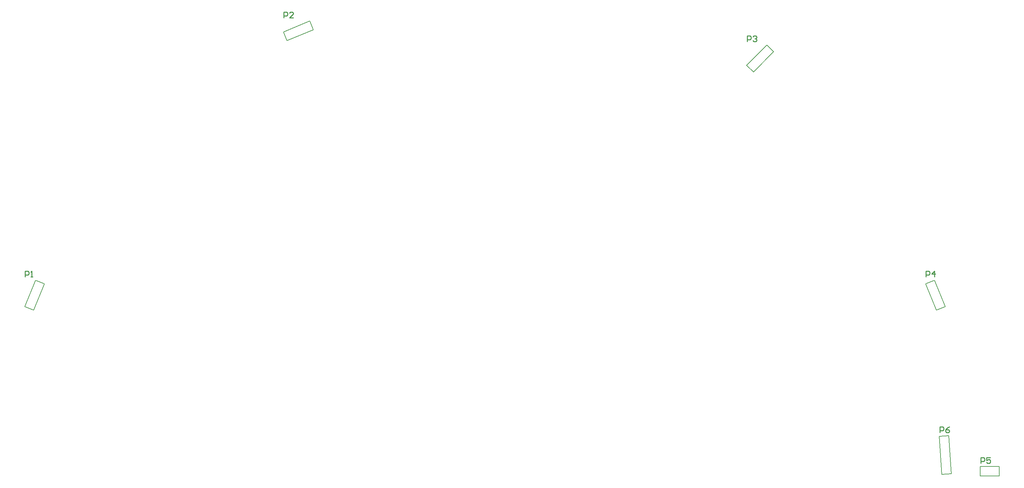
<source format=gto>
G04*
G04 #@! TF.GenerationSoftware,Altium Limited,Altium Designer,20.1.14 (287)*
G04*
G04 Layer_Color=65535*
%FSLAX24Y24*%
%MOIN*%
G70*
G04*
G04 #@! TF.SameCoordinates,F37E473B-A4F1-4144-8FAB-8DA16429EA7E*
G04*
G04*
G04 #@! TF.FilePolarity,Positive*
G04*
G01*
G75*
%ADD10C,0.0079*%
%ADD11C,0.0100*%
G54D10*
X49688Y21077D02*
X50836Y18306D01*
X48764Y20694D02*
X49688Y21077D01*
X48764Y20694D02*
X49912Y17923D01*
X50836Y18306D01*
X29979Y43686D02*
X32100Y45807D01*
X29979Y43686D02*
X30686Y42979D01*
X32807Y45100D01*
X32100Y45807D02*
X32807Y45100D01*
X-18294Y46264D02*
X-15523Y47412D01*
X-15906Y48336D02*
X-15523Y47412D01*
X-18677Y47188D02*
X-15906Y48336D01*
X-18677Y47188D02*
X-18294Y46264D01*
X-44912Y17923D02*
X-43764Y20694D01*
X-44688Y21077D02*
X-43764Y20694D01*
X-45836Y18306D02*
X-44688Y21077D01*
X-45836Y18306D02*
X-44912Y17923D01*
X56500Y500D02*
Y1500D01*
X54500Y500D02*
X56500D01*
X54500D02*
Y1500D01*
X56500D01*
X50476Y671D02*
X51473Y741D01*
X50197Y4661D02*
X50476Y671D01*
X51194Y4731D02*
X51473Y741D01*
X50197Y4661D02*
X51194Y4731D01*
G54D11*
X48813Y21432D02*
Y22032D01*
X49113D01*
X49213Y21932D01*
Y21732D01*
X49113Y21632D01*
X48813D01*
X49713Y21432D02*
Y22032D01*
X49413Y21732D01*
X49813D01*
X30027Y46163D02*
Y46763D01*
X30327D01*
X30427Y46663D01*
Y46463D01*
X30327Y46363D01*
X30027D01*
X30627Y46663D02*
X30727Y46763D01*
X30927D01*
X31027Y46663D01*
Y46563D01*
X30927Y46463D01*
X30827D01*
X30927D01*
X31027Y46363D01*
Y46263D01*
X30927Y46163D01*
X30727D01*
X30627Y46263D01*
X-18634Y48684D02*
Y49283D01*
X-18334D01*
X-18234Y49183D01*
Y48983D01*
X-18334Y48883D01*
X-18634D01*
X-17634Y48684D02*
X-18034D01*
X-17634Y49083D01*
Y49183D01*
X-17734Y49283D01*
X-17934D01*
X-18034Y49183D01*
X-45792Y21432D02*
Y22032D01*
X-45492D01*
X-45392Y21932D01*
Y21732D01*
X-45492Y21632D01*
X-45792D01*
X-45193Y21432D02*
X-44993D01*
X-45093D01*
Y22032D01*
X-45193Y21932D01*
X54560Y1836D02*
Y2436D01*
X54860D01*
X54960Y2336D01*
Y2136D01*
X54860Y2036D01*
X54560D01*
X55560Y2436D02*
X55160D01*
Y2136D01*
X55360Y2236D01*
X55460D01*
X55560Y2136D01*
Y1936D01*
X55460Y1836D01*
X55260D01*
X55160Y1936D01*
X50253Y5069D02*
Y5669D01*
X50552D01*
X50652Y5569D01*
Y5369D01*
X50552Y5269D01*
X50253D01*
X51252Y5669D02*
X51052Y5569D01*
X50852Y5369D01*
Y5169D01*
X50952Y5069D01*
X51152D01*
X51252Y5169D01*
Y5269D01*
X51152Y5369D01*
X50852D01*
M02*

</source>
